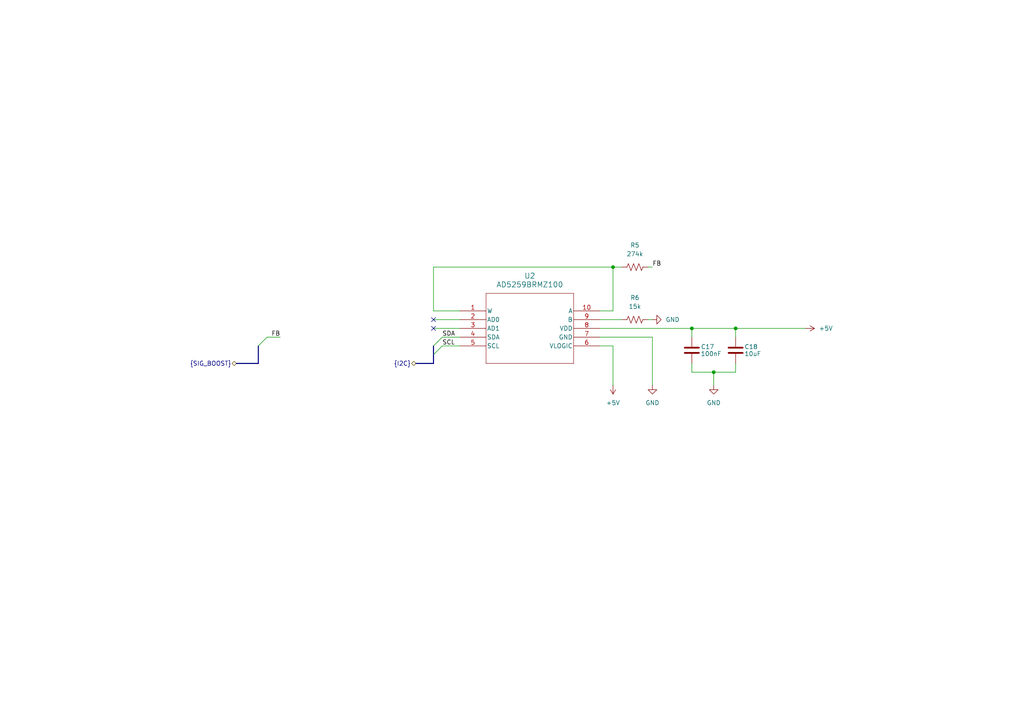
<source format=kicad_sch>
(kicad_sch (version 20250114) (generator "eeschema") (generator_version "9.0")
  (paper "A4")
  (title_block (title "Boost Control") (rev "1") (company "Solar Airplane") (comment 1 "Engineer: Ezzat Suhaime") (comment 2 "Reviewer 1:") (comment 3 "Reviewer 2:"))
  (lib_symbols
    (symbol "Device:C" (pin_numbers (hide yes)) (pin_names (offset 0.254))
      (property "Reference" "C" (at 0.635 2.54 0))
      (property "Value" "C" (at 0.635 -2.54 0))
      (symbol "C_0_1"
        (polyline (pts (xy -2.032 0.762) (xy 2.032 0.762)) (stroke (width 0.508)))
        (polyline (pts (xy -2.032 -0.762) (xy 2.032 -0.762)) (stroke (width 0.508)))
      )
      (symbol "C_1_1"
        (pin passive line (at 0 3.81 270) (length 2.794) (name "~") (number "1"))
        (pin passive line (at 0 -3.81 90) (length 2.794) (name "~") (number "2"))
      )
    )
    (symbol "Device:R_US" (pin_numbers (hide yes)) (pin_names (offset 0))
      (property "Reference" "R" (at 2.54 0 90))
      (property "Value" "R_US" (at -2.54 0 90))
      (symbol "R_US_0_1"
        (polyline (pts (xy 0 2.286) (xy 0 2.54)))
        (polyline (pts (xy 0 2.286) (xy 1.016 1.905) (xy 0 1.524) (xy -1.016 1.143) (xy 0 0.762)))
        (polyline (pts (xy 0 0.762) (xy 1.016 0.381) (xy 0 0) (xy -1.016 -0.381) (xy 0 -0.762)))
        (polyline (pts (xy 0 -0.762) (xy 1.016 -1.143) (xy 0 -1.524) (xy -1.016 -1.905) (xy 0 -2.286)))
        (polyline (pts (xy 0 -2.286) (xy 0 -2.54)))
      )
      (symbol "R_US_1_1"
        (pin passive line (at 0 3.81 270) (length 1.27) (name "~") (number "1"))
        (pin passive line (at 0 -3.81 90) (length 1.27) (name "~") (number "2"))
      )
    )
    (symbol "_AD5259:AD5259BRMZ100" (pin_names (offset 0.254))
      (property "Reference" "U" (at 20.32 10.16 0))
      (property "Value" "AD5259BRMZ100" (at 20.32 7.62 0))
      (symbol "AD5259BRMZ100_0_1"
        (polyline (pts (xy 7.62 5.08) (xy 7.62 -15.24)) (stroke (width 0.127)))
        (polyline (pts (xy 7.62 -15.24) (xy 33.02 -15.24)) (stroke (width 0.127)))
        (polyline (pts (xy 33.02 5.08) (xy 7.62 5.08)) (stroke (width 0.127)))
        (polyline (pts (xy 33.02 -15.24) (xy 33.02 5.08)) (stroke (width 0.127)))
        (pin bidirectional line (at 0 -7.62 0) (length 7.62) (name "SDA") (number "4"))
        (pin input line (at 0 -10.16 0) (length 7.62) (name "SCL") (number "5"))
        (pin power_in line (at 40.64 -5.08 180) (length 7.62) (name "VDD") (number "8"))
        (pin power_in line (at 40.64 -10.16 180) (length 7.62) (name "VLOGIC") (number "6"))
      )
      (symbol "AD5259BRMZ100_1_1"
        (pin passive line (at 0 0 0) (length 7.62) (name "W") (number "1"))
        (pin input line (at 0 -2.54 0) (length 7.62) (name "AD0") (number "2"))
        (pin input line (at 0 -5.08 0) (length 7.62) (name "AD1") (number "3"))
        (pin passive line (at 40.64 0 180) (length 7.62) (name "A") (number "10"))
        (pin passive line (at 40.64 -2.54 180) (length 7.62) (name "B") (number "9"))
        (pin input line (at 40.64 -7.62 180) (length 7.62) (name "GND") (number "7"))
      )
    )
    (symbol "power:+5V" (power) (pin_numbers (hide yes)) (pin_names (offset 0) (hide yes))
      (property "Value" "+5V" (at 0 3.556 0))
      (symbol "+5V_0_1"
        (polyline (pts (xy -0.762 1.27) (xy 0 2.54)))
        (polyline (pts (xy 0 2.54) (xy 0.762 1.27)))
        (polyline (pts (xy 0 0) (xy 0 2.54)))
      )
      (symbol "+5V_1_1"
        (pin power_in line (at 0 0 90) (length 0) (name "~") (number "1"))
      )
    )
    (symbol "power:GND" (power) (pin_numbers (hide yes)) (pin_names (offset 0) (hide yes))
      (property "Value" "GND" (at 0 -3.81 0))
      (symbol "GND_0_1"
        (polyline (pts (xy 0 0) (xy 0 -1.27) (xy 1.27 -1.27) (xy 0 -2.54) (xy -1.27 -1.27) (xy 0 -1.27)))
      )
      (symbol "GND_1_1"
        (pin power_in line (at 0 0 270) (length 0) (name "~") (number "1"))
      )
    )
  )
  (junction (at 200.66 95.25))
  (junction (at 213.36 95.25))
  (junction (at 177.8 77.47))
  (junction (at 207.01 107.95))
  (no_connect (at 125.73 92.71))
  (no_connect (at 125.73 95.25))
  (bus_entry (at 74.93 100.33) (size 2.54 -2.54))
  (bus_entry (at 125.73 100.33) (size 2.54 -2.54))
  (bus_entry (at 125.73 102.87) (size 2.54 -2.54))
  (wire (pts (xy 213.36 105.41) (xy 213.36 107.95)))
  (wire (pts (xy 125.73 77.47) (xy 177.8 77.47)))
  (wire (pts (xy 189.23 77.47) (xy 187.96 77.47)))
  (wire (pts (xy 213.36 97.79) (xy 213.36 95.25)))
  (wire (pts (xy 200.66 97.79) (xy 200.66 95.25)))
  (wire (pts (xy 189.23 97.79) (xy 189.23 111.76)))
  (wire (pts (xy 125.73 90.17) (xy 125.73 77.47)))
  (wire (pts (xy 200.66 107.95) (xy 207.01 107.95)))
  (bus (pts (xy 125.73 100.33) (xy 125.73 102.87)))
  (wire (pts (xy 200.66 105.41) (xy 200.66 107.95)))
  (wire (pts (xy 207.01 107.95) (xy 213.36 107.95)))
  (bus (pts (xy 68.58 105.41) (xy 74.93 105.41)))
  (wire (pts (xy 189.23 92.71) (xy 187.96 92.71)))
  (wire (pts (xy 128.27 97.79) (xy 133.35 97.79)))
  (wire (pts (xy 177.8 77.47) (xy 180.34 77.47)))
  (wire (pts (xy 177.8 100.33) (xy 177.8 111.76)))
  (wire (pts (xy 173.99 100.33) (xy 177.8 100.33)))
  (wire (pts (xy 125.73 90.17) (xy 133.35 90.17)))
  (wire (pts (xy 173.99 92.71) (xy 180.34 92.71)))
  (wire (pts (xy 213.36 95.25) (xy 233.68 95.25)))
  (wire (pts (xy 173.99 95.25) (xy 200.66 95.25)))
  (wire (pts (xy 177.8 77.47) (xy 177.8 90.17)))
  (bus (pts (xy 125.73 102.87) (xy 125.73 105.41)))
  (wire (pts (xy 125.73 95.25) (xy 133.35 95.25)))
  (bus (pts (xy 120.65 105.41) (xy 125.73 105.41)))
  (wire (pts (xy 207.01 107.95) (xy 207.01 111.76)))
  (wire (pts (xy 200.66 95.25) (xy 213.36 95.25)))
  (wire (pts (xy 173.99 90.17) (xy 177.8 90.17)))
  (wire (pts (xy 128.27 100.33) (xy 133.35 100.33)))
  (bus (pts (xy 74.93 100.33) (xy 74.93 105.41)))
  (wire (pts (xy 173.99 97.79) (xy 189.23 97.79)))
  (wire (pts (xy 125.73 92.71) (xy 133.35 92.71)))
  (wire (pts (xy 77.47 97.79) (xy 81.28 97.79)))
  (label "FB" (at 81.28 97.79 180))
  (label "SDA" (at 128.27 97.79 0))
  (label "SCL" (at 128.27 100.33 0))
  (label "FB" (at 189.23 77.47 0))
  (hierarchical_label "{SIG_BOOST}" (shape bidirectional) (at 68.58 105.41 180))
  (hierarchical_label "{I2C}" (shape bidirectional) (at 120.65 105.41 180))
  (symbol (lib_id "_AD5259:AD5259BRMZ100") (at 133.35 90.17 0) (unit 1)
    (property "Reference" "U2" (at 153.67 80.01 0) (effects (font (size 1.524 1.524))))
    (property "Value" "AD5259BRMZ100" (at 153.67 82.55 0) (effects (font (size 1.524 1.524))))
    (property "Footprint" "_PowerBoard:RM_10_ADI-M" (effects (hide yes)))
    (property "Datasheet" "https://www.analog.com/media/en/technical-documentation/data-sheets/AD5259.pdf" (effects (hide yes)))
    (property "Description" "IC DGT POT 100KOHM 256TAP 10MSOP" (effects (hide yes)))
    (property "Mfr" "Analog Devices Inc." (effects (hide yes)))
    (property "Mfr P/N" "AD5259BRMZ100-R7" (effects (hide yes)))
    (property "Supplier_1" "Digikey" (effects (hide yes)))
    (property "Supplier_1 P/N" "AD5259BRMZ100-R7TR-ND" (effects (hide yes)))
    (property "Supplier_1 Unit Price" "4.45000" (effects (hide yes)))
    (property "Supplier_1 Price @ Qty" "1" (effects (hide yes)))
    (property "Supplier_2" "Analog Devices" (effects (hide yes)))
    (property "Supplier_2 P/N" "C141953" (effects (hide yes)))
    (property "Supplier_2 Unit Price" "3.2689" (effects (hide yes)))
    (property "Supplier_2 Price @ Qty" "1" (effects (hide yes)))
    (instances (project "" (path "" (reference "U2") (unit 1)) (path "" (reference "U6") (unit 1))))
  )
  (symbol (lib_id "Device:C") (at 213.36 101.6 0) (unit 1)
    (property "Reference" "C18" (at 215.9 100.584 0) (effects (justify left)))
    (property "Value" "10uF" (at 215.9 102.616 0) (effects (justify left)))
    (property "Footprint" "Capacitor_SMD:C_0805_2012Metric" (effects (hide yes)))
    (property "Datasheet" "https://search.murata.co.jp/Ceramy/image/img/A01X/G101/ENG/GRM21BR61H106KE43-01A.pdf" (effects (hide yes)))
    (property "Description" "CAP CER 10UF 50V X5R 0805" (effects (hide yes)))
    (property "Mfr" "Murata Electronics" (effects (hide yes)))
    (property "Mfr P/N" "GRM21BR61H106KE43L" (effects (hide yes)))
    (property "Supplier_1" "Digikey" (effects (hide yes)))
    (property "Supplier_1 P/N" "490-18663-2-ND" (effects (hide yes)))
    (property "Supplier_1 Unit Price" "0.28000" (effects (hide yes)))
    (property "Supplier_1 Price @ Qty" "1" (effects (hide yes)))
    (instances (project "PowerBoard" (path "" (reference "C18") (unit 1)) (path "" (reference "C53") (unit 1))))
  )
  (symbol (lib_id "power:GND") (at 189.23 111.76 0) (unit 1)
    (property "Reference" "#PWR018" (effects (hide yes)))
    (property "Value" "GND" (at 189.23 116.84 0))
    (property "Description" "Power symbol creates a global label with name \"GND\" , ground" (effects (hide yes)))
    (instances (project "" (path "" (reference "#PWR018") (unit 1)) (path "" (reference "#PWR077") (unit 1))))
  )
  (symbol (lib_id "Device:R_US") (at 184.15 77.47 90) (unit 1)
    (property "Reference" "R5" (at 184.15 71.12 90))
    (property "Value" "274k" (at 184.15 73.66 90))
    (property "Footprint" "Resistor_SMD:R_0603_1608Metric" (effects (hide yes)))
    (property "Datasheet" "https://industrial.panasonic.com/cdbs/www-data/pdf/RDM0000/AOA0000C307.pdf" (effects (hide yes)))
    (property "Description" "RES SMD 274K OHM 0.1% 1/10W 0603" (effects (hide yes)))
    (property "Mfr" "Panasonic Electronic Components" (effects (hide yes)))
    (property "Mfr P/N" "ERA-3AEB2743V" (effects (hide yes)))
    (property "Supplier_1" "Digikey" (effects (hide yes)))
    (property "Supplier_1 P/N" "P274KDBTR-ND" (effects (hide yes)))
    (property "Supplier_1 Unit Price" "0.10000" (effects (hide yes)))
    (property "Supplier_1 Price @ Qty" "1" (effects (hide yes)))
    (instances (project "" (path "" (reference "R5") (unit 1)) (path "" (reference "R21") (unit 1))))
  )
  (symbol (lib_id "power:GND") (at 207.01 111.76 0) (unit 1)
    (property "Reference" "#PWR019" (effects (hide yes)))
    (property "Value" "GND" (at 207.01 116.84 0))
    (property "Description" "Power symbol creates a global label with name \"GND\" , ground" (effects (hide yes)))
    (instances (project "PowerBoard" (path "" (reference "#PWR019") (unit 1)) (path "" (reference "#PWR078") (unit 1))))
  )
  (symbol (lib_id "Device:R_US") (at 184.15 92.71 90) (unit 1)
    (property "Reference" "R6" (at 184.15 86.36 90))
    (property "Value" "15k" (at 184.15 88.9 90))
    (property "Footprint" "Resistor_SMD:R_0603_1608Metric" (effects (hide yes)))
    (property "Datasheet" "https://industrial.panasonic.com/cdbs/www-data/pdf/RDM0000/AOA0000C307.pdf" (effects (hide yes)))
    (property "Description" "RES SMD 15K OHM 0.1% 1/10W 0603" (effects (hide yes)))
    (property "Mfr" "Panasonic Electronic Components" (effects (hide yes)))
    (property "Mfr P/N" "ERA-3AEB153V" (effects (hide yes)))
    (property "Supplier_1" "Digikey" (effects (hide yes)))
    (property "Supplier_1 P/N" "P15KDBTR-ND" (effects (hide yes)))
    (property "Supplier_1 Unit Price" "0.10000" (effects (hide yes)))
    (property "Supplier_1 Price @ Qty" "1" (effects (hide yes)))
    (instances (project "" (path "" (reference "R6") (unit 1)) (path "" (reference "R22") (unit 1))))
  )
  (symbol (lib_id "power:+5V") (at 233.68 95.25 270) (unit 1)
    (property "Reference" "#PWR020" (effects (hide yes)))
    (property "Value" "+5V" (at 237.49 95.2499 90) (effects (justify left)))
    (property "Description" "Power symbol creates a global label with name \"+5V\"" (effects (hide yes)))
    (instances (project "" (path "" (reference "#PWR020") (unit 1)) (path "" (reference "#PWR079") (unit 1))))
  )
  (symbol (lib_id "power:+5V") (at 177.8 111.76 180) (unit 1)
    (property "Reference" "#PWR016" (effects (hide yes)))
    (property "Value" "+5V" (at 177.8 116.84 0))
    (property "Description" "Power symbol creates a global label with name \"+5V\"" (effects (hide yes)))
    (instances (project "" (path "" (reference "#PWR016") (unit 1)) (path "" (reference "#PWR075") (unit 1))))
  )
  (symbol (lib_id "power:GND") (at 189.23 92.71 90) (unit 1)
    (property "Reference" "#PWR017" (effects (hide yes)))
    (property "Value" "GND" (at 193.04 92.7099 90) (effects (justify right)))
    (property "Description" "Power symbol creates a global label with name \"GND\" , ground" (effects (hide yes)))
    (instances (project "" (path "" (reference "#PWR017") (unit 1)) (path "" (reference "#PWR076") (unit 1))))
  )
  (symbol (lib_id "Device:C") (at 200.66 101.6 0) (unit 1)
    (property "Reference" "C17" (at 205.232 100.584 0))
    (property "Value" "100nF" (at 206.248 102.616 0))
    (property "Footprint" "Capacitor_SMD:C_0603_1608Metric" (effects (hide yes)))
    (property "Datasheet" "https://datasheets.kyocera-avx.com/AutoMLCC.pdf" (effects (hide yes)))
    (property "Description" "CAP CER 0.1UF 50V X7R 0603" (effects (hide yes)))
    (property "Mfr" "KYOCERA AVX" (effects (hide yes)))
    (property "Mfr P/N" "06035C104K4T2A" (effects (hide yes)))
    (property "Supplier_1" "Digikey" (effects (hide yes)))
    (property "Supplier_1 P/N" "478-KAM15AR71H104KTTR-ND" (effects (hide yes)))
    (property "Supplier_1 Unit Price" "0.10000" (effects (hide yes)))
    (property "Supplier_1 Price @ Qty" "1" (effects (hide yes)))
    (instances (project "PowerBoard" (path "" (reference "C17") (unit 1)) (path "" (reference "C52") (unit 1))))
  )
)
</source>
